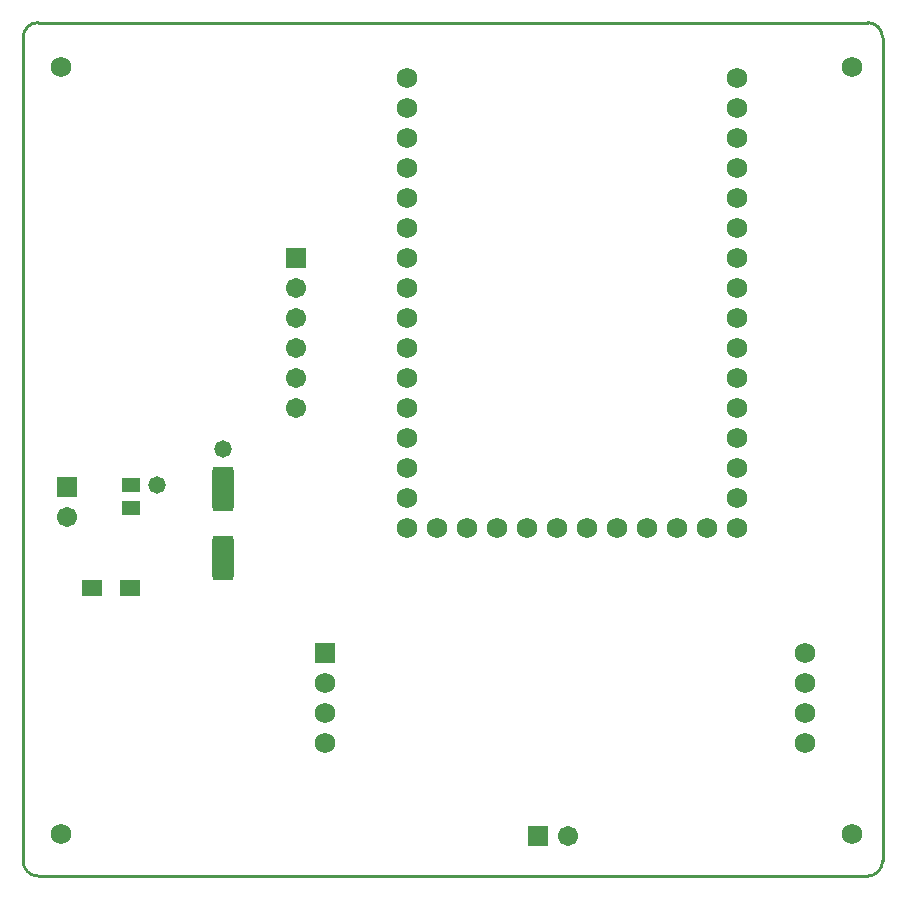
<source format=gts>
G04 Layer_Color=8388736*
%FSLAX25Y25*%
%MOIN*%
G70*
G01*
G75*
%ADD14C,0.01000*%
%ADD24R,0.06312X0.05131*%
G04:AMPARAMS|DCode=25|XSize=149.73mil|YSize=70.99mil|CornerRadius=11.87mil|HoleSize=0mil|Usage=FLASHONLY|Rotation=270.000|XOffset=0mil|YOffset=0mil|HoleType=Round|Shape=RoundedRectangle|*
%AMROUNDEDRECTD25*
21,1,0.14973,0.04724,0,0,270.0*
21,1,0.12598,0.07099,0,0,270.0*
1,1,0.02375,-0.02362,-0.06299*
1,1,0.02375,-0.02362,0.06299*
1,1,0.02375,0.02362,0.06299*
1,1,0.02375,0.02362,-0.06299*
%
%ADD25ROUNDEDRECTD25*%
%ADD26R,0.07099X0.05524*%
%ADD27C,0.06800*%
%ADD28R,0.06800X0.06800*%
%ADD29C,0.06706*%
%ADD30R,0.06706X0.06706*%
%ADD31R,0.06706X0.06706*%
%ADD32C,0.05800*%
D14*
X392000Y395500D02*
G03*
X387000Y400500I-5000J0D01*
G01*
Y116000D02*
G03*
X392000Y121000I0J5000D01*
G01*
X105500D02*
G03*
X110500Y116000I5000J0D01*
G01*
Y400500D02*
G03*
X105500Y395500I0J-5000D01*
G01*
X280000Y400500D02*
X387000D01*
X392000Y121000D02*
Y395500D01*
X110500Y116000D02*
X387000D01*
X105500Y121000D02*
Y395500D01*
X110500Y400500D02*
X281500D01*
D24*
X141500Y238563D02*
D03*
Y246437D02*
D03*
D25*
X172000Y221886D02*
D03*
Y245114D02*
D03*
D26*
X128508Y212000D02*
D03*
X141106D02*
D03*
D27*
X366000Y190500D02*
D03*
Y180500D02*
D03*
Y170500D02*
D03*
Y160500D02*
D03*
X206000D02*
D03*
Y170500D02*
D03*
Y180500D02*
D03*
X343500Y382000D02*
D03*
Y372000D02*
D03*
Y362000D02*
D03*
Y352000D02*
D03*
Y342000D02*
D03*
Y332000D02*
D03*
Y322000D02*
D03*
Y312000D02*
D03*
Y302000D02*
D03*
Y292000D02*
D03*
Y282000D02*
D03*
Y272000D02*
D03*
Y262000D02*
D03*
Y252000D02*
D03*
Y242000D02*
D03*
Y232000D02*
D03*
X333500D02*
D03*
X323500D02*
D03*
X313500D02*
D03*
X303500D02*
D03*
X293500D02*
D03*
X283500D02*
D03*
X273500D02*
D03*
X263500D02*
D03*
X253500D02*
D03*
X243500D02*
D03*
X233500Y382000D02*
D03*
Y372000D02*
D03*
Y362000D02*
D03*
Y352000D02*
D03*
Y342000D02*
D03*
Y332000D02*
D03*
Y322000D02*
D03*
Y312000D02*
D03*
Y302000D02*
D03*
Y292000D02*
D03*
Y282000D02*
D03*
Y272000D02*
D03*
Y262000D02*
D03*
Y252000D02*
D03*
Y242000D02*
D03*
Y232000D02*
D03*
X118110Y129921D02*
D03*
X381890D02*
D03*
X118110Y385827D02*
D03*
X381890D02*
D03*
D28*
X206000Y190500D02*
D03*
D29*
X120000Y235650D02*
D03*
X196500Y272047D02*
D03*
Y282047D02*
D03*
Y292047D02*
D03*
Y302047D02*
D03*
Y312047D02*
D03*
X287000Y129500D02*
D03*
D30*
X120000Y245650D02*
D03*
X196500Y322047D02*
D03*
D31*
X277000Y129500D02*
D03*
D32*
X150000Y246500D02*
D03*
X172000Y258500D02*
D03*
M02*

</source>
